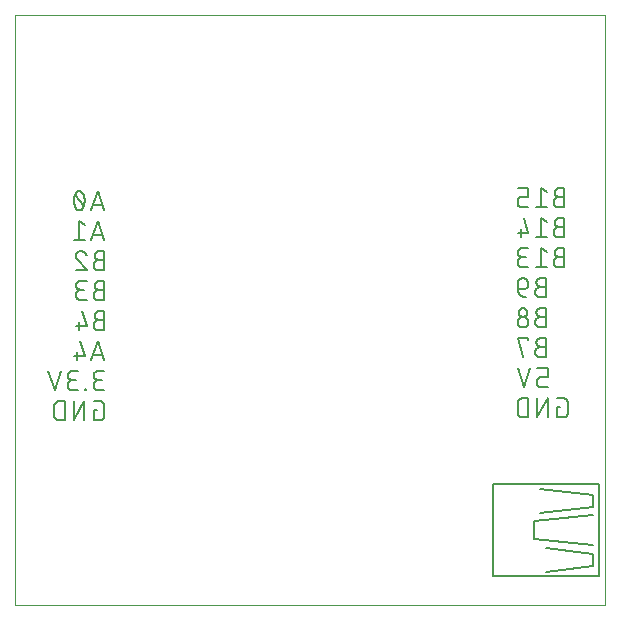
<source format=gbo>
G75*
%MOIN*%
%OFA0B0*%
%FSLAX25Y25*%
%IPPOS*%
%LPD*%
%AMOC8*
5,1,8,0,0,1.08239X$1,22.5*
%
%ADD10C,0.00000*%
%ADD11C,0.00600*%
%ADD12C,0.00500*%
D10*
X0006000Y0007548D02*
X0006000Y0204398D01*
X0202850Y0204398D01*
X0202850Y0007548D01*
X0006000Y0007548D01*
D11*
X0020892Y0069226D02*
X0022670Y0069226D01*
X0022670Y0075626D01*
X0020892Y0075626D01*
X0020810Y0075624D01*
X0020728Y0075618D01*
X0020646Y0075609D01*
X0020565Y0075596D01*
X0020485Y0075579D01*
X0020405Y0075558D01*
X0020327Y0075534D01*
X0020250Y0075506D01*
X0020174Y0075475D01*
X0020099Y0075440D01*
X0020027Y0075401D01*
X0019956Y0075360D01*
X0019887Y0075315D01*
X0019821Y0075267D01*
X0019756Y0075216D01*
X0019694Y0075162D01*
X0019635Y0075105D01*
X0019578Y0075046D01*
X0019524Y0074984D01*
X0019473Y0074919D01*
X0019425Y0074853D01*
X0019380Y0074784D01*
X0019339Y0074713D01*
X0019300Y0074641D01*
X0019265Y0074566D01*
X0019234Y0074490D01*
X0019206Y0074413D01*
X0019182Y0074335D01*
X0019161Y0074255D01*
X0019144Y0074175D01*
X0019131Y0074094D01*
X0019122Y0074012D01*
X0019116Y0073930D01*
X0019114Y0073848D01*
X0019114Y0071004D01*
X0019116Y0070922D01*
X0019122Y0070840D01*
X0019131Y0070758D01*
X0019144Y0070677D01*
X0019161Y0070597D01*
X0019182Y0070517D01*
X0019206Y0070439D01*
X0019234Y0070362D01*
X0019265Y0070286D01*
X0019300Y0070211D01*
X0019339Y0070139D01*
X0019380Y0070068D01*
X0019425Y0069999D01*
X0019473Y0069933D01*
X0019524Y0069868D01*
X0019578Y0069806D01*
X0019635Y0069747D01*
X0019694Y0069690D01*
X0019756Y0069636D01*
X0019821Y0069585D01*
X0019887Y0069537D01*
X0019956Y0069492D01*
X0020027Y0069451D01*
X0020099Y0069412D01*
X0020174Y0069377D01*
X0020250Y0069346D01*
X0020327Y0069318D01*
X0020405Y0069294D01*
X0020485Y0069273D01*
X0020565Y0069256D01*
X0020646Y0069243D01*
X0020728Y0069234D01*
X0020810Y0069228D01*
X0020892Y0069226D01*
X0025679Y0069226D02*
X0025679Y0075626D01*
X0029234Y0075626D02*
X0025679Y0069226D01*
X0029234Y0069226D02*
X0029234Y0075626D01*
X0032243Y0075626D02*
X0034376Y0075626D01*
X0034450Y0075624D01*
X0034525Y0075618D01*
X0034598Y0075608D01*
X0034672Y0075595D01*
X0034744Y0075578D01*
X0034815Y0075556D01*
X0034886Y0075532D01*
X0034954Y0075503D01*
X0035022Y0075471D01*
X0035087Y0075435D01*
X0035150Y0075397D01*
X0035212Y0075354D01*
X0035271Y0075309D01*
X0035328Y0075261D01*
X0035382Y0075210D01*
X0035433Y0075156D01*
X0035481Y0075099D01*
X0035526Y0075040D01*
X0035569Y0074978D01*
X0035607Y0074915D01*
X0035643Y0074850D01*
X0035675Y0074782D01*
X0035704Y0074714D01*
X0035728Y0074643D01*
X0035750Y0074572D01*
X0035767Y0074500D01*
X0035780Y0074426D01*
X0035790Y0074353D01*
X0035796Y0074278D01*
X0035798Y0074204D01*
X0035798Y0070648D01*
X0035796Y0070574D01*
X0035790Y0070499D01*
X0035780Y0070426D01*
X0035767Y0070352D01*
X0035750Y0070280D01*
X0035728Y0070209D01*
X0035704Y0070138D01*
X0035675Y0070070D01*
X0035643Y0070002D01*
X0035607Y0069937D01*
X0035569Y0069874D01*
X0035526Y0069812D01*
X0035481Y0069753D01*
X0035433Y0069696D01*
X0035382Y0069642D01*
X0035328Y0069591D01*
X0035271Y0069543D01*
X0035212Y0069498D01*
X0035150Y0069455D01*
X0035087Y0069417D01*
X0035022Y0069381D01*
X0034954Y0069349D01*
X0034886Y0069320D01*
X0034815Y0069296D01*
X0034744Y0069274D01*
X0034672Y0069257D01*
X0034598Y0069244D01*
X0034525Y0069234D01*
X0034450Y0069228D01*
X0034376Y0069226D01*
X0032243Y0069226D01*
X0032243Y0072782D01*
X0033310Y0072782D01*
X0034021Y0079226D02*
X0035798Y0079226D01*
X0034021Y0079226D02*
X0033938Y0079228D01*
X0033855Y0079234D01*
X0033772Y0079244D01*
X0033689Y0079257D01*
X0033608Y0079275D01*
X0033527Y0079296D01*
X0033448Y0079321D01*
X0033370Y0079350D01*
X0033293Y0079382D01*
X0033218Y0079418D01*
X0033144Y0079457D01*
X0033073Y0079500D01*
X0033003Y0079546D01*
X0032936Y0079596D01*
X0032871Y0079648D01*
X0032809Y0079703D01*
X0032749Y0079762D01*
X0032692Y0079823D01*
X0032638Y0079886D01*
X0032587Y0079952D01*
X0032540Y0080021D01*
X0032495Y0080091D01*
X0032454Y0080164D01*
X0032417Y0080238D01*
X0032382Y0080314D01*
X0032352Y0080392D01*
X0032325Y0080470D01*
X0032302Y0080551D01*
X0032282Y0080632D01*
X0032267Y0080714D01*
X0032255Y0080796D01*
X0032247Y0080879D01*
X0032243Y0080962D01*
X0032243Y0081046D01*
X0032247Y0081129D01*
X0032255Y0081212D01*
X0032267Y0081294D01*
X0032282Y0081376D01*
X0032302Y0081457D01*
X0032325Y0081538D01*
X0032352Y0081616D01*
X0032382Y0081694D01*
X0032417Y0081770D01*
X0032454Y0081844D01*
X0032495Y0081917D01*
X0032540Y0081987D01*
X0032587Y0082056D01*
X0032638Y0082122D01*
X0032692Y0082185D01*
X0032749Y0082246D01*
X0032809Y0082305D01*
X0032871Y0082360D01*
X0032936Y0082412D01*
X0033003Y0082462D01*
X0033073Y0082508D01*
X0033144Y0082551D01*
X0033218Y0082590D01*
X0033293Y0082626D01*
X0033370Y0082658D01*
X0033448Y0082687D01*
X0033527Y0082712D01*
X0033608Y0082733D01*
X0033689Y0082751D01*
X0033772Y0082764D01*
X0033855Y0082774D01*
X0033938Y0082780D01*
X0034021Y0082782D01*
X0033665Y0082782D02*
X0035087Y0082782D01*
X0033665Y0082782D02*
X0033591Y0082784D01*
X0033516Y0082790D01*
X0033443Y0082800D01*
X0033369Y0082813D01*
X0033297Y0082830D01*
X0033226Y0082852D01*
X0033155Y0082876D01*
X0033087Y0082905D01*
X0033019Y0082937D01*
X0032954Y0082973D01*
X0032891Y0083011D01*
X0032829Y0083054D01*
X0032770Y0083099D01*
X0032713Y0083147D01*
X0032659Y0083198D01*
X0032608Y0083252D01*
X0032560Y0083309D01*
X0032515Y0083368D01*
X0032472Y0083430D01*
X0032434Y0083493D01*
X0032398Y0083558D01*
X0032366Y0083626D01*
X0032337Y0083694D01*
X0032313Y0083765D01*
X0032291Y0083836D01*
X0032274Y0083908D01*
X0032261Y0083982D01*
X0032251Y0084055D01*
X0032245Y0084130D01*
X0032243Y0084204D01*
X0032245Y0084278D01*
X0032251Y0084353D01*
X0032261Y0084426D01*
X0032274Y0084500D01*
X0032291Y0084572D01*
X0032313Y0084643D01*
X0032337Y0084714D01*
X0032366Y0084782D01*
X0032398Y0084850D01*
X0032434Y0084915D01*
X0032472Y0084978D01*
X0032515Y0085040D01*
X0032560Y0085099D01*
X0032608Y0085156D01*
X0032659Y0085210D01*
X0032713Y0085261D01*
X0032770Y0085309D01*
X0032829Y0085354D01*
X0032891Y0085397D01*
X0032954Y0085435D01*
X0033019Y0085471D01*
X0033087Y0085503D01*
X0033155Y0085532D01*
X0033226Y0085556D01*
X0033297Y0085578D01*
X0033369Y0085595D01*
X0033443Y0085608D01*
X0033516Y0085618D01*
X0033591Y0085624D01*
X0033665Y0085626D01*
X0035798Y0085626D01*
X0035798Y0089226D02*
X0033665Y0095626D01*
X0031532Y0089226D01*
X0032065Y0090826D02*
X0035265Y0090826D01*
X0029289Y0090648D02*
X0025733Y0090648D01*
X0026800Y0092070D02*
X0026800Y0089226D01*
X0029289Y0090648D02*
X0027867Y0095626D01*
X0027444Y0099226D02*
X0027444Y0102070D01*
X0026377Y0100648D02*
X0029933Y0100648D01*
X0028510Y0105626D01*
X0028155Y0109226D02*
X0029933Y0109226D01*
X0028155Y0109226D02*
X0028072Y0109228D01*
X0027989Y0109234D01*
X0027906Y0109244D01*
X0027823Y0109257D01*
X0027742Y0109275D01*
X0027661Y0109296D01*
X0027582Y0109321D01*
X0027504Y0109350D01*
X0027427Y0109382D01*
X0027352Y0109418D01*
X0027278Y0109457D01*
X0027207Y0109500D01*
X0027137Y0109546D01*
X0027070Y0109596D01*
X0027005Y0109648D01*
X0026943Y0109703D01*
X0026883Y0109762D01*
X0026826Y0109823D01*
X0026772Y0109886D01*
X0026721Y0109952D01*
X0026674Y0110021D01*
X0026629Y0110091D01*
X0026588Y0110164D01*
X0026551Y0110238D01*
X0026516Y0110314D01*
X0026486Y0110392D01*
X0026459Y0110470D01*
X0026436Y0110551D01*
X0026416Y0110632D01*
X0026401Y0110714D01*
X0026389Y0110796D01*
X0026381Y0110879D01*
X0026377Y0110962D01*
X0026377Y0111046D01*
X0026381Y0111129D01*
X0026389Y0111212D01*
X0026401Y0111294D01*
X0026416Y0111376D01*
X0026436Y0111457D01*
X0026459Y0111538D01*
X0026486Y0111616D01*
X0026516Y0111694D01*
X0026551Y0111770D01*
X0026588Y0111844D01*
X0026629Y0111917D01*
X0026674Y0111987D01*
X0026721Y0112056D01*
X0026772Y0112122D01*
X0026826Y0112185D01*
X0026883Y0112246D01*
X0026943Y0112305D01*
X0027005Y0112360D01*
X0027070Y0112412D01*
X0027137Y0112462D01*
X0027207Y0112508D01*
X0027278Y0112551D01*
X0027352Y0112590D01*
X0027427Y0112626D01*
X0027504Y0112658D01*
X0027582Y0112687D01*
X0027661Y0112712D01*
X0027742Y0112733D01*
X0027823Y0112751D01*
X0027906Y0112764D01*
X0027989Y0112774D01*
X0028072Y0112780D01*
X0028155Y0112782D01*
X0027799Y0112782D02*
X0029221Y0112782D01*
X0027799Y0112782D02*
X0027725Y0112784D01*
X0027650Y0112790D01*
X0027577Y0112800D01*
X0027503Y0112813D01*
X0027431Y0112830D01*
X0027360Y0112852D01*
X0027289Y0112876D01*
X0027221Y0112905D01*
X0027153Y0112937D01*
X0027088Y0112973D01*
X0027025Y0113011D01*
X0026963Y0113054D01*
X0026904Y0113099D01*
X0026847Y0113147D01*
X0026793Y0113198D01*
X0026742Y0113252D01*
X0026694Y0113309D01*
X0026649Y0113368D01*
X0026606Y0113430D01*
X0026568Y0113493D01*
X0026532Y0113558D01*
X0026500Y0113626D01*
X0026471Y0113694D01*
X0026447Y0113765D01*
X0026425Y0113836D01*
X0026408Y0113908D01*
X0026395Y0113982D01*
X0026385Y0114055D01*
X0026379Y0114130D01*
X0026377Y0114204D01*
X0026379Y0114278D01*
X0026385Y0114353D01*
X0026395Y0114426D01*
X0026408Y0114500D01*
X0026425Y0114572D01*
X0026447Y0114643D01*
X0026471Y0114714D01*
X0026500Y0114782D01*
X0026532Y0114850D01*
X0026568Y0114915D01*
X0026606Y0114978D01*
X0026649Y0115040D01*
X0026694Y0115099D01*
X0026742Y0115156D01*
X0026793Y0115210D01*
X0026847Y0115261D01*
X0026904Y0115309D01*
X0026963Y0115354D01*
X0027025Y0115397D01*
X0027088Y0115435D01*
X0027153Y0115471D01*
X0027221Y0115503D01*
X0027289Y0115532D01*
X0027360Y0115556D01*
X0027431Y0115578D01*
X0027503Y0115595D01*
X0027577Y0115608D01*
X0027650Y0115618D01*
X0027725Y0115624D01*
X0027799Y0115626D01*
X0029933Y0115626D01*
X0029933Y0119226D02*
X0026377Y0119226D01*
X0029933Y0119226D02*
X0026910Y0122782D01*
X0027977Y0125626D02*
X0028066Y0125624D01*
X0028155Y0125618D01*
X0028244Y0125609D01*
X0028332Y0125595D01*
X0028419Y0125578D01*
X0028506Y0125557D01*
X0028592Y0125532D01*
X0028676Y0125504D01*
X0028759Y0125471D01*
X0028841Y0125436D01*
X0028921Y0125396D01*
X0028999Y0125354D01*
X0029076Y0125308D01*
X0029150Y0125259D01*
X0029222Y0125206D01*
X0029292Y0125151D01*
X0029359Y0125092D01*
X0029424Y0125031D01*
X0029486Y0124967D01*
X0029545Y0124900D01*
X0029601Y0124831D01*
X0029654Y0124759D01*
X0029704Y0124685D01*
X0029751Y0124609D01*
X0029794Y0124532D01*
X0029834Y0124452D01*
X0029871Y0124370D01*
X0029904Y0124288D01*
X0029933Y0124203D01*
X0026910Y0122781D02*
X0026853Y0122839D01*
X0026797Y0122900D01*
X0026745Y0122963D01*
X0026696Y0123028D01*
X0026650Y0123096D01*
X0026608Y0123166D01*
X0026568Y0123238D01*
X0026533Y0123311D01*
X0026500Y0123387D01*
X0026472Y0123463D01*
X0026447Y0123541D01*
X0026426Y0123620D01*
X0026408Y0123700D01*
X0026395Y0123781D01*
X0026385Y0123862D01*
X0026379Y0123944D01*
X0026377Y0124026D01*
X0026379Y0124105D01*
X0026385Y0124183D01*
X0026394Y0124261D01*
X0026408Y0124338D01*
X0026425Y0124415D01*
X0026446Y0124490D01*
X0026471Y0124565D01*
X0026499Y0124638D01*
X0026531Y0124710D01*
X0026566Y0124780D01*
X0026605Y0124849D01*
X0026647Y0124915D01*
X0026692Y0124979D01*
X0026740Y0125041D01*
X0026791Y0125100D01*
X0026846Y0125157D01*
X0026903Y0125212D01*
X0026962Y0125263D01*
X0027024Y0125311D01*
X0027088Y0125356D01*
X0027154Y0125398D01*
X0027223Y0125437D01*
X0027293Y0125472D01*
X0027365Y0125504D01*
X0027438Y0125532D01*
X0027513Y0125557D01*
X0027588Y0125578D01*
X0027665Y0125595D01*
X0027742Y0125609D01*
X0027820Y0125618D01*
X0027898Y0125624D01*
X0027977Y0125626D01*
X0027511Y0129226D02*
X0027511Y0135626D01*
X0029289Y0134204D01*
X0032065Y0130826D02*
X0035265Y0130826D01*
X0035798Y0129226D02*
X0033665Y0135626D01*
X0031532Y0129226D01*
X0029289Y0129226D02*
X0025733Y0129226D01*
X0034021Y0125626D02*
X0035798Y0125626D01*
X0035798Y0119226D01*
X0034021Y0119226D01*
X0033938Y0119228D01*
X0033855Y0119234D01*
X0033772Y0119244D01*
X0033689Y0119257D01*
X0033608Y0119275D01*
X0033527Y0119296D01*
X0033448Y0119321D01*
X0033370Y0119350D01*
X0033293Y0119382D01*
X0033218Y0119418D01*
X0033144Y0119457D01*
X0033073Y0119500D01*
X0033003Y0119546D01*
X0032936Y0119596D01*
X0032871Y0119648D01*
X0032809Y0119703D01*
X0032749Y0119762D01*
X0032692Y0119823D01*
X0032638Y0119886D01*
X0032587Y0119952D01*
X0032540Y0120021D01*
X0032495Y0120091D01*
X0032454Y0120164D01*
X0032417Y0120238D01*
X0032382Y0120314D01*
X0032352Y0120392D01*
X0032325Y0120470D01*
X0032302Y0120551D01*
X0032282Y0120632D01*
X0032267Y0120714D01*
X0032255Y0120796D01*
X0032247Y0120879D01*
X0032243Y0120962D01*
X0032243Y0121046D01*
X0032247Y0121129D01*
X0032255Y0121212D01*
X0032267Y0121294D01*
X0032282Y0121376D01*
X0032302Y0121457D01*
X0032325Y0121538D01*
X0032352Y0121616D01*
X0032382Y0121694D01*
X0032417Y0121770D01*
X0032454Y0121844D01*
X0032495Y0121917D01*
X0032540Y0121987D01*
X0032587Y0122056D01*
X0032638Y0122122D01*
X0032692Y0122185D01*
X0032749Y0122246D01*
X0032809Y0122305D01*
X0032871Y0122360D01*
X0032936Y0122412D01*
X0033003Y0122462D01*
X0033073Y0122508D01*
X0033144Y0122551D01*
X0033218Y0122590D01*
X0033293Y0122626D01*
X0033370Y0122658D01*
X0033448Y0122687D01*
X0033527Y0122712D01*
X0033608Y0122733D01*
X0033689Y0122751D01*
X0033772Y0122764D01*
X0033855Y0122774D01*
X0033938Y0122780D01*
X0034021Y0122782D01*
X0035798Y0122782D01*
X0034021Y0122782D02*
X0033947Y0122784D01*
X0033872Y0122790D01*
X0033799Y0122800D01*
X0033725Y0122813D01*
X0033653Y0122830D01*
X0033582Y0122852D01*
X0033511Y0122876D01*
X0033443Y0122905D01*
X0033375Y0122937D01*
X0033310Y0122973D01*
X0033247Y0123011D01*
X0033185Y0123054D01*
X0033126Y0123099D01*
X0033069Y0123147D01*
X0033015Y0123198D01*
X0032964Y0123252D01*
X0032916Y0123309D01*
X0032871Y0123368D01*
X0032828Y0123430D01*
X0032790Y0123493D01*
X0032754Y0123558D01*
X0032722Y0123626D01*
X0032693Y0123694D01*
X0032669Y0123765D01*
X0032647Y0123836D01*
X0032630Y0123908D01*
X0032617Y0123982D01*
X0032607Y0124055D01*
X0032601Y0124130D01*
X0032599Y0124204D01*
X0032601Y0124278D01*
X0032607Y0124353D01*
X0032617Y0124426D01*
X0032630Y0124500D01*
X0032647Y0124572D01*
X0032669Y0124643D01*
X0032693Y0124714D01*
X0032722Y0124782D01*
X0032754Y0124850D01*
X0032790Y0124915D01*
X0032828Y0124978D01*
X0032871Y0125040D01*
X0032916Y0125099D01*
X0032964Y0125156D01*
X0033015Y0125210D01*
X0033069Y0125261D01*
X0033126Y0125309D01*
X0033185Y0125354D01*
X0033247Y0125397D01*
X0033310Y0125435D01*
X0033375Y0125471D01*
X0033443Y0125503D01*
X0033511Y0125532D01*
X0033582Y0125556D01*
X0033653Y0125578D01*
X0033725Y0125595D01*
X0033799Y0125608D01*
X0033872Y0125618D01*
X0033947Y0125624D01*
X0034021Y0125626D01*
X0034021Y0115626D02*
X0035798Y0115626D01*
X0035798Y0109226D01*
X0034021Y0109226D01*
X0033938Y0109228D01*
X0033855Y0109234D01*
X0033772Y0109244D01*
X0033689Y0109257D01*
X0033608Y0109275D01*
X0033527Y0109296D01*
X0033448Y0109321D01*
X0033370Y0109350D01*
X0033293Y0109382D01*
X0033218Y0109418D01*
X0033144Y0109457D01*
X0033073Y0109500D01*
X0033003Y0109546D01*
X0032936Y0109596D01*
X0032871Y0109648D01*
X0032809Y0109703D01*
X0032749Y0109762D01*
X0032692Y0109823D01*
X0032638Y0109886D01*
X0032587Y0109952D01*
X0032540Y0110021D01*
X0032495Y0110091D01*
X0032454Y0110164D01*
X0032417Y0110238D01*
X0032382Y0110314D01*
X0032352Y0110392D01*
X0032325Y0110470D01*
X0032302Y0110551D01*
X0032282Y0110632D01*
X0032267Y0110714D01*
X0032255Y0110796D01*
X0032247Y0110879D01*
X0032243Y0110962D01*
X0032243Y0111046D01*
X0032247Y0111129D01*
X0032255Y0111212D01*
X0032267Y0111294D01*
X0032282Y0111376D01*
X0032302Y0111457D01*
X0032325Y0111538D01*
X0032352Y0111616D01*
X0032382Y0111694D01*
X0032417Y0111770D01*
X0032454Y0111844D01*
X0032495Y0111917D01*
X0032540Y0111987D01*
X0032587Y0112056D01*
X0032638Y0112122D01*
X0032692Y0112185D01*
X0032749Y0112246D01*
X0032809Y0112305D01*
X0032871Y0112360D01*
X0032936Y0112412D01*
X0033003Y0112462D01*
X0033073Y0112508D01*
X0033144Y0112551D01*
X0033218Y0112590D01*
X0033293Y0112626D01*
X0033370Y0112658D01*
X0033448Y0112687D01*
X0033527Y0112712D01*
X0033608Y0112733D01*
X0033689Y0112751D01*
X0033772Y0112764D01*
X0033855Y0112774D01*
X0033938Y0112780D01*
X0034021Y0112782D01*
X0035798Y0112782D01*
X0034021Y0112782D02*
X0033947Y0112784D01*
X0033872Y0112790D01*
X0033799Y0112800D01*
X0033725Y0112813D01*
X0033653Y0112830D01*
X0033582Y0112852D01*
X0033511Y0112876D01*
X0033443Y0112905D01*
X0033375Y0112937D01*
X0033310Y0112973D01*
X0033247Y0113011D01*
X0033185Y0113054D01*
X0033126Y0113099D01*
X0033069Y0113147D01*
X0033015Y0113198D01*
X0032964Y0113252D01*
X0032916Y0113309D01*
X0032871Y0113368D01*
X0032828Y0113430D01*
X0032790Y0113493D01*
X0032754Y0113558D01*
X0032722Y0113626D01*
X0032693Y0113694D01*
X0032669Y0113765D01*
X0032647Y0113836D01*
X0032630Y0113908D01*
X0032617Y0113982D01*
X0032607Y0114055D01*
X0032601Y0114130D01*
X0032599Y0114204D01*
X0032601Y0114278D01*
X0032607Y0114353D01*
X0032617Y0114426D01*
X0032630Y0114500D01*
X0032647Y0114572D01*
X0032669Y0114643D01*
X0032693Y0114714D01*
X0032722Y0114782D01*
X0032754Y0114850D01*
X0032790Y0114915D01*
X0032828Y0114978D01*
X0032871Y0115040D01*
X0032916Y0115099D01*
X0032964Y0115156D01*
X0033015Y0115210D01*
X0033069Y0115261D01*
X0033126Y0115309D01*
X0033185Y0115354D01*
X0033247Y0115397D01*
X0033310Y0115435D01*
X0033375Y0115471D01*
X0033443Y0115503D01*
X0033511Y0115532D01*
X0033582Y0115556D01*
X0033653Y0115578D01*
X0033725Y0115595D01*
X0033799Y0115608D01*
X0033872Y0115618D01*
X0033947Y0115624D01*
X0034021Y0115626D01*
X0034021Y0105626D02*
X0035798Y0105626D01*
X0035798Y0099226D01*
X0034021Y0099226D01*
X0033938Y0099228D01*
X0033855Y0099234D01*
X0033772Y0099244D01*
X0033689Y0099257D01*
X0033608Y0099275D01*
X0033527Y0099296D01*
X0033448Y0099321D01*
X0033370Y0099350D01*
X0033293Y0099382D01*
X0033218Y0099418D01*
X0033144Y0099457D01*
X0033073Y0099500D01*
X0033003Y0099546D01*
X0032936Y0099596D01*
X0032871Y0099648D01*
X0032809Y0099703D01*
X0032749Y0099762D01*
X0032692Y0099823D01*
X0032638Y0099886D01*
X0032587Y0099952D01*
X0032540Y0100021D01*
X0032495Y0100091D01*
X0032454Y0100164D01*
X0032417Y0100238D01*
X0032382Y0100314D01*
X0032352Y0100392D01*
X0032325Y0100470D01*
X0032302Y0100551D01*
X0032282Y0100632D01*
X0032267Y0100714D01*
X0032255Y0100796D01*
X0032247Y0100879D01*
X0032243Y0100962D01*
X0032243Y0101046D01*
X0032247Y0101129D01*
X0032255Y0101212D01*
X0032267Y0101294D01*
X0032282Y0101376D01*
X0032302Y0101457D01*
X0032325Y0101538D01*
X0032352Y0101616D01*
X0032382Y0101694D01*
X0032417Y0101770D01*
X0032454Y0101844D01*
X0032495Y0101917D01*
X0032540Y0101987D01*
X0032587Y0102056D01*
X0032638Y0102122D01*
X0032692Y0102185D01*
X0032749Y0102246D01*
X0032809Y0102305D01*
X0032871Y0102360D01*
X0032936Y0102412D01*
X0033003Y0102462D01*
X0033073Y0102508D01*
X0033144Y0102551D01*
X0033218Y0102590D01*
X0033293Y0102626D01*
X0033370Y0102658D01*
X0033448Y0102687D01*
X0033527Y0102712D01*
X0033608Y0102733D01*
X0033689Y0102751D01*
X0033772Y0102764D01*
X0033855Y0102774D01*
X0033938Y0102780D01*
X0034021Y0102782D01*
X0035798Y0102782D01*
X0034021Y0102782D02*
X0033947Y0102784D01*
X0033872Y0102790D01*
X0033799Y0102800D01*
X0033725Y0102813D01*
X0033653Y0102830D01*
X0033582Y0102852D01*
X0033511Y0102876D01*
X0033443Y0102905D01*
X0033375Y0102937D01*
X0033310Y0102973D01*
X0033247Y0103011D01*
X0033185Y0103054D01*
X0033126Y0103099D01*
X0033069Y0103147D01*
X0033015Y0103198D01*
X0032964Y0103252D01*
X0032916Y0103309D01*
X0032871Y0103368D01*
X0032828Y0103430D01*
X0032790Y0103493D01*
X0032754Y0103558D01*
X0032722Y0103626D01*
X0032693Y0103694D01*
X0032669Y0103765D01*
X0032647Y0103836D01*
X0032630Y0103908D01*
X0032617Y0103982D01*
X0032607Y0104055D01*
X0032601Y0104130D01*
X0032599Y0104204D01*
X0032601Y0104278D01*
X0032607Y0104353D01*
X0032617Y0104426D01*
X0032630Y0104500D01*
X0032647Y0104572D01*
X0032669Y0104643D01*
X0032693Y0104714D01*
X0032722Y0104782D01*
X0032754Y0104850D01*
X0032790Y0104915D01*
X0032828Y0104978D01*
X0032871Y0105040D01*
X0032916Y0105099D01*
X0032964Y0105156D01*
X0033015Y0105210D01*
X0033069Y0105261D01*
X0033126Y0105309D01*
X0033185Y0105354D01*
X0033247Y0105397D01*
X0033310Y0105435D01*
X0033375Y0105471D01*
X0033443Y0105503D01*
X0033511Y0105532D01*
X0033582Y0105556D01*
X0033653Y0105578D01*
X0033725Y0105595D01*
X0033799Y0105608D01*
X0033872Y0105618D01*
X0033947Y0105624D01*
X0034021Y0105626D01*
X0027183Y0085626D02*
X0025049Y0085626D01*
X0024975Y0085624D01*
X0024900Y0085618D01*
X0024827Y0085608D01*
X0024753Y0085595D01*
X0024681Y0085578D01*
X0024610Y0085556D01*
X0024539Y0085532D01*
X0024471Y0085503D01*
X0024403Y0085471D01*
X0024338Y0085435D01*
X0024275Y0085397D01*
X0024213Y0085354D01*
X0024154Y0085309D01*
X0024097Y0085261D01*
X0024043Y0085210D01*
X0023992Y0085156D01*
X0023944Y0085099D01*
X0023899Y0085040D01*
X0023856Y0084978D01*
X0023818Y0084915D01*
X0023782Y0084850D01*
X0023750Y0084782D01*
X0023721Y0084714D01*
X0023697Y0084643D01*
X0023675Y0084572D01*
X0023658Y0084500D01*
X0023645Y0084426D01*
X0023635Y0084353D01*
X0023629Y0084278D01*
X0023627Y0084204D01*
X0023629Y0084130D01*
X0023635Y0084055D01*
X0023645Y0083982D01*
X0023658Y0083908D01*
X0023675Y0083836D01*
X0023697Y0083765D01*
X0023721Y0083694D01*
X0023750Y0083626D01*
X0023782Y0083558D01*
X0023818Y0083493D01*
X0023856Y0083430D01*
X0023899Y0083368D01*
X0023944Y0083309D01*
X0023992Y0083252D01*
X0024043Y0083198D01*
X0024097Y0083147D01*
X0024154Y0083099D01*
X0024213Y0083054D01*
X0024275Y0083011D01*
X0024338Y0082973D01*
X0024403Y0082937D01*
X0024471Y0082905D01*
X0024539Y0082876D01*
X0024610Y0082852D01*
X0024681Y0082830D01*
X0024753Y0082813D01*
X0024827Y0082800D01*
X0024900Y0082790D01*
X0024975Y0082784D01*
X0025049Y0082782D01*
X0026472Y0082782D01*
X0025405Y0082782D02*
X0025322Y0082780D01*
X0025239Y0082774D01*
X0025156Y0082764D01*
X0025073Y0082751D01*
X0024992Y0082733D01*
X0024911Y0082712D01*
X0024832Y0082687D01*
X0024754Y0082658D01*
X0024677Y0082626D01*
X0024602Y0082590D01*
X0024528Y0082551D01*
X0024457Y0082508D01*
X0024387Y0082462D01*
X0024320Y0082412D01*
X0024255Y0082360D01*
X0024193Y0082305D01*
X0024133Y0082246D01*
X0024076Y0082185D01*
X0024022Y0082122D01*
X0023971Y0082056D01*
X0023924Y0081987D01*
X0023879Y0081917D01*
X0023838Y0081844D01*
X0023801Y0081770D01*
X0023766Y0081694D01*
X0023736Y0081616D01*
X0023709Y0081538D01*
X0023686Y0081457D01*
X0023666Y0081376D01*
X0023651Y0081294D01*
X0023639Y0081212D01*
X0023631Y0081129D01*
X0023627Y0081046D01*
X0023627Y0080962D01*
X0023631Y0080879D01*
X0023639Y0080796D01*
X0023651Y0080714D01*
X0023666Y0080632D01*
X0023686Y0080551D01*
X0023709Y0080470D01*
X0023736Y0080392D01*
X0023766Y0080314D01*
X0023801Y0080238D01*
X0023838Y0080164D01*
X0023879Y0080091D01*
X0023924Y0080021D01*
X0023971Y0079952D01*
X0024022Y0079886D01*
X0024076Y0079823D01*
X0024133Y0079762D01*
X0024193Y0079703D01*
X0024255Y0079648D01*
X0024320Y0079596D01*
X0024387Y0079546D01*
X0024457Y0079500D01*
X0024528Y0079457D01*
X0024602Y0079418D01*
X0024677Y0079382D01*
X0024754Y0079350D01*
X0024832Y0079321D01*
X0024911Y0079296D01*
X0024992Y0079275D01*
X0025073Y0079257D01*
X0025156Y0079244D01*
X0025239Y0079234D01*
X0025322Y0079228D01*
X0025405Y0079226D01*
X0027183Y0079226D01*
X0029535Y0079226D02*
X0029891Y0079226D01*
X0029891Y0079582D01*
X0029535Y0079582D01*
X0029535Y0079226D01*
X0019251Y0079226D02*
X0021384Y0085626D01*
X0017118Y0085626D02*
X0019251Y0079226D01*
X0031532Y0139226D02*
X0033665Y0145626D01*
X0035798Y0139226D01*
X0035265Y0140826D02*
X0032065Y0140826D01*
X0026266Y0140115D02*
X0026206Y0140242D01*
X0026150Y0140371D01*
X0026097Y0140501D01*
X0026047Y0140633D01*
X0026001Y0140766D01*
X0025959Y0140900D01*
X0025920Y0141035D01*
X0025884Y0141172D01*
X0025853Y0141309D01*
X0025825Y0141447D01*
X0025800Y0141585D01*
X0025780Y0141724D01*
X0025763Y0141864D01*
X0025750Y0142004D01*
X0025741Y0142145D01*
X0025735Y0142285D01*
X0025733Y0142426D01*
X0029289Y0142426D02*
X0029287Y0142567D01*
X0029281Y0142707D01*
X0029272Y0142848D01*
X0029259Y0142988D01*
X0029242Y0143128D01*
X0029222Y0143267D01*
X0029197Y0143405D01*
X0029169Y0143543D01*
X0029138Y0143680D01*
X0029102Y0143817D01*
X0029063Y0143952D01*
X0029021Y0144086D01*
X0028975Y0144219D01*
X0028925Y0144351D01*
X0028872Y0144481D01*
X0028816Y0144610D01*
X0028756Y0144737D01*
X0027511Y0145626D02*
X0027440Y0145624D01*
X0027369Y0145618D01*
X0027299Y0145609D01*
X0027229Y0145595D01*
X0027160Y0145578D01*
X0027093Y0145558D01*
X0027026Y0145533D01*
X0026961Y0145505D01*
X0026897Y0145474D01*
X0026835Y0145439D01*
X0026775Y0145401D01*
X0026718Y0145360D01*
X0026662Y0145316D01*
X0026609Y0145268D01*
X0026559Y0145218D01*
X0026511Y0145166D01*
X0026466Y0145111D01*
X0026425Y0145053D01*
X0026386Y0144993D01*
X0026351Y0144932D01*
X0026319Y0144868D01*
X0026291Y0144803D01*
X0026266Y0144737D01*
X0026089Y0144204D02*
X0028933Y0140648D01*
X0027511Y0139226D02*
X0027440Y0139228D01*
X0027369Y0139234D01*
X0027299Y0139243D01*
X0027229Y0139257D01*
X0027160Y0139274D01*
X0027093Y0139294D01*
X0027026Y0139319D01*
X0026961Y0139347D01*
X0026897Y0139378D01*
X0026835Y0139413D01*
X0026775Y0139451D01*
X0026718Y0139492D01*
X0026662Y0139536D01*
X0026609Y0139584D01*
X0026559Y0139634D01*
X0026511Y0139686D01*
X0026466Y0139741D01*
X0026425Y0139799D01*
X0026386Y0139859D01*
X0026351Y0139920D01*
X0026319Y0139984D01*
X0026291Y0140049D01*
X0026266Y0140115D01*
X0027511Y0139226D02*
X0027582Y0139228D01*
X0027653Y0139234D01*
X0027723Y0139243D01*
X0027793Y0139257D01*
X0027862Y0139274D01*
X0027929Y0139294D01*
X0027996Y0139319D01*
X0028061Y0139347D01*
X0028125Y0139378D01*
X0028187Y0139413D01*
X0028247Y0139451D01*
X0028305Y0139492D01*
X0028360Y0139536D01*
X0028413Y0139584D01*
X0028463Y0139634D01*
X0028511Y0139686D01*
X0028556Y0139741D01*
X0028597Y0139799D01*
X0028636Y0139859D01*
X0028671Y0139920D01*
X0028703Y0139984D01*
X0028731Y0140049D01*
X0028756Y0140115D01*
X0025733Y0142426D02*
X0025735Y0142567D01*
X0025741Y0142707D01*
X0025750Y0142848D01*
X0025763Y0142988D01*
X0025780Y0143128D01*
X0025800Y0143267D01*
X0025825Y0143405D01*
X0025853Y0143543D01*
X0025884Y0143680D01*
X0025920Y0143817D01*
X0025959Y0143952D01*
X0026001Y0144086D01*
X0026047Y0144219D01*
X0026097Y0144351D01*
X0026150Y0144481D01*
X0026206Y0144610D01*
X0026266Y0144737D01*
X0027511Y0145626D02*
X0027582Y0145624D01*
X0027653Y0145618D01*
X0027723Y0145609D01*
X0027793Y0145595D01*
X0027862Y0145578D01*
X0027929Y0145558D01*
X0027996Y0145533D01*
X0028061Y0145505D01*
X0028125Y0145474D01*
X0028187Y0145439D01*
X0028247Y0145401D01*
X0028305Y0145360D01*
X0028360Y0145316D01*
X0028413Y0145268D01*
X0028463Y0145218D01*
X0028511Y0145166D01*
X0028556Y0145111D01*
X0028597Y0145053D01*
X0028636Y0144993D01*
X0028671Y0144932D01*
X0028703Y0144868D01*
X0028731Y0144803D01*
X0028756Y0144737D01*
X0029289Y0142426D02*
X0029287Y0142285D01*
X0029281Y0142145D01*
X0029272Y0142004D01*
X0029259Y0141864D01*
X0029242Y0141724D01*
X0029222Y0141585D01*
X0029197Y0141447D01*
X0029169Y0141309D01*
X0029138Y0141172D01*
X0029102Y0141035D01*
X0029063Y0140900D01*
X0029021Y0140766D01*
X0028975Y0140633D01*
X0028925Y0140501D01*
X0028872Y0140371D01*
X0028816Y0140242D01*
X0028756Y0140115D01*
X0173623Y0141621D02*
X0173623Y0142332D01*
X0173625Y0142406D01*
X0173631Y0142481D01*
X0173641Y0142554D01*
X0173654Y0142628D01*
X0173671Y0142700D01*
X0173693Y0142771D01*
X0173717Y0142842D01*
X0173746Y0142910D01*
X0173778Y0142978D01*
X0173814Y0143043D01*
X0173852Y0143106D01*
X0173895Y0143168D01*
X0173940Y0143227D01*
X0173988Y0143284D01*
X0174039Y0143338D01*
X0174093Y0143389D01*
X0174150Y0143437D01*
X0174209Y0143482D01*
X0174271Y0143525D01*
X0174334Y0143563D01*
X0174399Y0143599D01*
X0174467Y0143631D01*
X0174535Y0143660D01*
X0174606Y0143684D01*
X0174677Y0143706D01*
X0174749Y0143723D01*
X0174823Y0143736D01*
X0174896Y0143746D01*
X0174971Y0143752D01*
X0175045Y0143754D01*
X0177178Y0143754D01*
X0177178Y0146598D01*
X0173623Y0146598D01*
X0173623Y0141621D02*
X0173625Y0141547D01*
X0173631Y0141472D01*
X0173641Y0141399D01*
X0173654Y0141325D01*
X0173671Y0141253D01*
X0173693Y0141182D01*
X0173717Y0141111D01*
X0173746Y0141043D01*
X0173778Y0140975D01*
X0173814Y0140910D01*
X0173852Y0140847D01*
X0173895Y0140785D01*
X0173940Y0140726D01*
X0173988Y0140669D01*
X0174039Y0140615D01*
X0174093Y0140564D01*
X0174150Y0140516D01*
X0174209Y0140471D01*
X0174271Y0140428D01*
X0174334Y0140390D01*
X0174399Y0140354D01*
X0174467Y0140322D01*
X0174535Y0140293D01*
X0174606Y0140269D01*
X0174677Y0140247D01*
X0174749Y0140230D01*
X0174823Y0140217D01*
X0174896Y0140207D01*
X0174971Y0140201D01*
X0175045Y0140199D01*
X0175045Y0140198D02*
X0177178Y0140198D01*
X0179777Y0140198D02*
X0183332Y0140198D01*
X0181555Y0140198D02*
X0181555Y0146598D01*
X0183332Y0145176D01*
X0187420Y0146598D02*
X0187346Y0146596D01*
X0187271Y0146590D01*
X0187198Y0146580D01*
X0187124Y0146567D01*
X0187052Y0146550D01*
X0186981Y0146528D01*
X0186910Y0146504D01*
X0186842Y0146475D01*
X0186774Y0146443D01*
X0186709Y0146407D01*
X0186646Y0146369D01*
X0186584Y0146326D01*
X0186525Y0146281D01*
X0186468Y0146233D01*
X0186414Y0146182D01*
X0186363Y0146128D01*
X0186315Y0146071D01*
X0186270Y0146012D01*
X0186227Y0145950D01*
X0186189Y0145887D01*
X0186153Y0145822D01*
X0186121Y0145754D01*
X0186092Y0145686D01*
X0186068Y0145615D01*
X0186046Y0145544D01*
X0186029Y0145472D01*
X0186016Y0145398D01*
X0186006Y0145325D01*
X0186000Y0145250D01*
X0185998Y0145176D01*
X0186000Y0145102D01*
X0186006Y0145027D01*
X0186016Y0144954D01*
X0186029Y0144880D01*
X0186046Y0144808D01*
X0186068Y0144737D01*
X0186092Y0144666D01*
X0186121Y0144598D01*
X0186153Y0144530D01*
X0186189Y0144465D01*
X0186227Y0144402D01*
X0186270Y0144340D01*
X0186315Y0144281D01*
X0186363Y0144224D01*
X0186414Y0144170D01*
X0186468Y0144119D01*
X0186525Y0144071D01*
X0186584Y0144026D01*
X0186646Y0143983D01*
X0186709Y0143945D01*
X0186774Y0143909D01*
X0186842Y0143877D01*
X0186910Y0143848D01*
X0186981Y0143824D01*
X0187052Y0143802D01*
X0187124Y0143785D01*
X0187198Y0143772D01*
X0187271Y0143762D01*
X0187346Y0143756D01*
X0187420Y0143754D01*
X0189198Y0143754D01*
X0187420Y0143754D02*
X0187337Y0143752D01*
X0187254Y0143746D01*
X0187171Y0143736D01*
X0187088Y0143723D01*
X0187007Y0143705D01*
X0186926Y0143684D01*
X0186847Y0143659D01*
X0186769Y0143630D01*
X0186692Y0143598D01*
X0186617Y0143562D01*
X0186543Y0143523D01*
X0186472Y0143480D01*
X0186402Y0143434D01*
X0186335Y0143384D01*
X0186270Y0143332D01*
X0186208Y0143277D01*
X0186148Y0143218D01*
X0186091Y0143157D01*
X0186037Y0143094D01*
X0185986Y0143028D01*
X0185939Y0142959D01*
X0185894Y0142889D01*
X0185853Y0142816D01*
X0185816Y0142742D01*
X0185781Y0142666D01*
X0185751Y0142588D01*
X0185724Y0142510D01*
X0185701Y0142429D01*
X0185681Y0142348D01*
X0185666Y0142266D01*
X0185654Y0142184D01*
X0185646Y0142101D01*
X0185642Y0142018D01*
X0185642Y0141934D01*
X0185646Y0141851D01*
X0185654Y0141768D01*
X0185666Y0141686D01*
X0185681Y0141604D01*
X0185701Y0141523D01*
X0185724Y0141442D01*
X0185751Y0141364D01*
X0185781Y0141286D01*
X0185816Y0141210D01*
X0185853Y0141136D01*
X0185894Y0141063D01*
X0185939Y0140993D01*
X0185986Y0140924D01*
X0186037Y0140858D01*
X0186091Y0140795D01*
X0186148Y0140734D01*
X0186208Y0140675D01*
X0186270Y0140620D01*
X0186335Y0140568D01*
X0186402Y0140518D01*
X0186472Y0140472D01*
X0186543Y0140429D01*
X0186617Y0140390D01*
X0186692Y0140354D01*
X0186769Y0140322D01*
X0186847Y0140293D01*
X0186926Y0140268D01*
X0187007Y0140247D01*
X0187088Y0140229D01*
X0187171Y0140216D01*
X0187254Y0140206D01*
X0187337Y0140200D01*
X0187420Y0140198D01*
X0189198Y0140198D01*
X0189198Y0146598D01*
X0187420Y0146598D01*
X0187420Y0136598D02*
X0189198Y0136598D01*
X0189198Y0130198D01*
X0187420Y0130198D01*
X0187337Y0130200D01*
X0187254Y0130206D01*
X0187171Y0130216D01*
X0187088Y0130229D01*
X0187007Y0130247D01*
X0186926Y0130268D01*
X0186847Y0130293D01*
X0186769Y0130322D01*
X0186692Y0130354D01*
X0186617Y0130390D01*
X0186543Y0130429D01*
X0186472Y0130472D01*
X0186402Y0130518D01*
X0186335Y0130568D01*
X0186270Y0130620D01*
X0186208Y0130675D01*
X0186148Y0130734D01*
X0186091Y0130795D01*
X0186037Y0130858D01*
X0185986Y0130924D01*
X0185939Y0130993D01*
X0185894Y0131063D01*
X0185853Y0131136D01*
X0185816Y0131210D01*
X0185781Y0131286D01*
X0185751Y0131364D01*
X0185724Y0131442D01*
X0185701Y0131523D01*
X0185681Y0131604D01*
X0185666Y0131686D01*
X0185654Y0131768D01*
X0185646Y0131851D01*
X0185642Y0131934D01*
X0185642Y0132018D01*
X0185646Y0132101D01*
X0185654Y0132184D01*
X0185666Y0132266D01*
X0185681Y0132348D01*
X0185701Y0132429D01*
X0185724Y0132510D01*
X0185751Y0132588D01*
X0185781Y0132666D01*
X0185816Y0132742D01*
X0185853Y0132816D01*
X0185894Y0132889D01*
X0185939Y0132959D01*
X0185986Y0133028D01*
X0186037Y0133094D01*
X0186091Y0133157D01*
X0186148Y0133218D01*
X0186208Y0133277D01*
X0186270Y0133332D01*
X0186335Y0133384D01*
X0186402Y0133434D01*
X0186472Y0133480D01*
X0186543Y0133523D01*
X0186617Y0133562D01*
X0186692Y0133598D01*
X0186769Y0133630D01*
X0186847Y0133659D01*
X0186926Y0133684D01*
X0187007Y0133705D01*
X0187088Y0133723D01*
X0187171Y0133736D01*
X0187254Y0133746D01*
X0187337Y0133752D01*
X0187420Y0133754D01*
X0189198Y0133754D01*
X0187420Y0133754D02*
X0187346Y0133756D01*
X0187271Y0133762D01*
X0187198Y0133772D01*
X0187124Y0133785D01*
X0187052Y0133802D01*
X0186981Y0133824D01*
X0186910Y0133848D01*
X0186842Y0133877D01*
X0186774Y0133909D01*
X0186709Y0133945D01*
X0186646Y0133983D01*
X0186584Y0134026D01*
X0186525Y0134071D01*
X0186468Y0134119D01*
X0186414Y0134170D01*
X0186363Y0134224D01*
X0186315Y0134281D01*
X0186270Y0134340D01*
X0186227Y0134402D01*
X0186189Y0134465D01*
X0186153Y0134530D01*
X0186121Y0134598D01*
X0186092Y0134666D01*
X0186068Y0134737D01*
X0186046Y0134808D01*
X0186029Y0134880D01*
X0186016Y0134954D01*
X0186006Y0135027D01*
X0186000Y0135102D01*
X0185998Y0135176D01*
X0186000Y0135250D01*
X0186006Y0135325D01*
X0186016Y0135398D01*
X0186029Y0135472D01*
X0186046Y0135544D01*
X0186068Y0135615D01*
X0186092Y0135686D01*
X0186121Y0135754D01*
X0186153Y0135822D01*
X0186189Y0135887D01*
X0186227Y0135950D01*
X0186270Y0136012D01*
X0186315Y0136071D01*
X0186363Y0136128D01*
X0186414Y0136182D01*
X0186468Y0136233D01*
X0186525Y0136281D01*
X0186584Y0136326D01*
X0186646Y0136369D01*
X0186709Y0136407D01*
X0186774Y0136443D01*
X0186842Y0136475D01*
X0186910Y0136504D01*
X0186981Y0136528D01*
X0187052Y0136550D01*
X0187124Y0136567D01*
X0187198Y0136580D01*
X0187271Y0136590D01*
X0187346Y0136596D01*
X0187420Y0136598D01*
X0183332Y0135176D02*
X0181555Y0136598D01*
X0181555Y0130198D01*
X0183332Y0130198D02*
X0179777Y0130198D01*
X0177178Y0131621D02*
X0173623Y0131621D01*
X0174690Y0133043D02*
X0174690Y0130198D01*
X0177178Y0131621D02*
X0175756Y0136598D01*
X0175045Y0126598D02*
X0177178Y0126598D01*
X0175045Y0126598D02*
X0174971Y0126596D01*
X0174896Y0126590D01*
X0174823Y0126580D01*
X0174749Y0126567D01*
X0174677Y0126550D01*
X0174606Y0126528D01*
X0174535Y0126504D01*
X0174467Y0126475D01*
X0174399Y0126443D01*
X0174334Y0126407D01*
X0174271Y0126369D01*
X0174209Y0126326D01*
X0174150Y0126281D01*
X0174093Y0126233D01*
X0174039Y0126182D01*
X0173988Y0126128D01*
X0173940Y0126071D01*
X0173895Y0126012D01*
X0173852Y0125950D01*
X0173814Y0125887D01*
X0173778Y0125822D01*
X0173746Y0125754D01*
X0173717Y0125686D01*
X0173693Y0125615D01*
X0173671Y0125544D01*
X0173654Y0125472D01*
X0173641Y0125398D01*
X0173631Y0125325D01*
X0173625Y0125250D01*
X0173623Y0125176D01*
X0173625Y0125102D01*
X0173631Y0125027D01*
X0173641Y0124954D01*
X0173654Y0124880D01*
X0173671Y0124808D01*
X0173693Y0124737D01*
X0173717Y0124666D01*
X0173746Y0124598D01*
X0173778Y0124530D01*
X0173814Y0124465D01*
X0173852Y0124402D01*
X0173895Y0124340D01*
X0173940Y0124281D01*
X0173988Y0124224D01*
X0174039Y0124170D01*
X0174093Y0124119D01*
X0174150Y0124071D01*
X0174209Y0124026D01*
X0174271Y0123983D01*
X0174334Y0123945D01*
X0174399Y0123909D01*
X0174467Y0123877D01*
X0174535Y0123848D01*
X0174606Y0123824D01*
X0174677Y0123802D01*
X0174749Y0123785D01*
X0174823Y0123772D01*
X0174896Y0123762D01*
X0174971Y0123756D01*
X0175045Y0123754D01*
X0176467Y0123754D01*
X0175401Y0123754D02*
X0175318Y0123752D01*
X0175235Y0123746D01*
X0175152Y0123736D01*
X0175069Y0123723D01*
X0174988Y0123705D01*
X0174907Y0123684D01*
X0174828Y0123659D01*
X0174750Y0123630D01*
X0174673Y0123598D01*
X0174598Y0123562D01*
X0174524Y0123523D01*
X0174453Y0123480D01*
X0174383Y0123434D01*
X0174316Y0123384D01*
X0174251Y0123332D01*
X0174189Y0123277D01*
X0174129Y0123218D01*
X0174072Y0123157D01*
X0174018Y0123094D01*
X0173967Y0123028D01*
X0173920Y0122959D01*
X0173875Y0122889D01*
X0173834Y0122816D01*
X0173797Y0122742D01*
X0173762Y0122666D01*
X0173732Y0122588D01*
X0173705Y0122510D01*
X0173682Y0122429D01*
X0173662Y0122348D01*
X0173647Y0122266D01*
X0173635Y0122184D01*
X0173627Y0122101D01*
X0173623Y0122018D01*
X0173623Y0121934D01*
X0173627Y0121851D01*
X0173635Y0121768D01*
X0173647Y0121686D01*
X0173662Y0121604D01*
X0173682Y0121523D01*
X0173705Y0121442D01*
X0173732Y0121364D01*
X0173762Y0121286D01*
X0173797Y0121210D01*
X0173834Y0121136D01*
X0173875Y0121063D01*
X0173920Y0120993D01*
X0173967Y0120924D01*
X0174018Y0120858D01*
X0174072Y0120795D01*
X0174129Y0120734D01*
X0174189Y0120675D01*
X0174251Y0120620D01*
X0174316Y0120568D01*
X0174383Y0120518D01*
X0174453Y0120472D01*
X0174524Y0120429D01*
X0174598Y0120390D01*
X0174673Y0120354D01*
X0174750Y0120322D01*
X0174828Y0120293D01*
X0174907Y0120268D01*
X0174988Y0120247D01*
X0175069Y0120229D01*
X0175152Y0120216D01*
X0175235Y0120206D01*
X0175318Y0120200D01*
X0175401Y0120198D01*
X0177178Y0120198D01*
X0179777Y0120198D02*
X0183332Y0120198D01*
X0181555Y0120198D02*
X0181555Y0126598D01*
X0183332Y0125176D01*
X0187420Y0126598D02*
X0187346Y0126596D01*
X0187271Y0126590D01*
X0187198Y0126580D01*
X0187124Y0126567D01*
X0187052Y0126550D01*
X0186981Y0126528D01*
X0186910Y0126504D01*
X0186842Y0126475D01*
X0186774Y0126443D01*
X0186709Y0126407D01*
X0186646Y0126369D01*
X0186584Y0126326D01*
X0186525Y0126281D01*
X0186468Y0126233D01*
X0186414Y0126182D01*
X0186363Y0126128D01*
X0186315Y0126071D01*
X0186270Y0126012D01*
X0186227Y0125950D01*
X0186189Y0125887D01*
X0186153Y0125822D01*
X0186121Y0125754D01*
X0186092Y0125686D01*
X0186068Y0125615D01*
X0186046Y0125544D01*
X0186029Y0125472D01*
X0186016Y0125398D01*
X0186006Y0125325D01*
X0186000Y0125250D01*
X0185998Y0125176D01*
X0186000Y0125102D01*
X0186006Y0125027D01*
X0186016Y0124954D01*
X0186029Y0124880D01*
X0186046Y0124808D01*
X0186068Y0124737D01*
X0186092Y0124666D01*
X0186121Y0124598D01*
X0186153Y0124530D01*
X0186189Y0124465D01*
X0186227Y0124402D01*
X0186270Y0124340D01*
X0186315Y0124281D01*
X0186363Y0124224D01*
X0186414Y0124170D01*
X0186468Y0124119D01*
X0186525Y0124071D01*
X0186584Y0124026D01*
X0186646Y0123983D01*
X0186709Y0123945D01*
X0186774Y0123909D01*
X0186842Y0123877D01*
X0186910Y0123848D01*
X0186981Y0123824D01*
X0187052Y0123802D01*
X0187124Y0123785D01*
X0187198Y0123772D01*
X0187271Y0123762D01*
X0187346Y0123756D01*
X0187420Y0123754D01*
X0189198Y0123754D01*
X0187420Y0123754D02*
X0187337Y0123752D01*
X0187254Y0123746D01*
X0187171Y0123736D01*
X0187088Y0123723D01*
X0187007Y0123705D01*
X0186926Y0123684D01*
X0186847Y0123659D01*
X0186769Y0123630D01*
X0186692Y0123598D01*
X0186617Y0123562D01*
X0186543Y0123523D01*
X0186472Y0123480D01*
X0186402Y0123434D01*
X0186335Y0123384D01*
X0186270Y0123332D01*
X0186208Y0123277D01*
X0186148Y0123218D01*
X0186091Y0123157D01*
X0186037Y0123094D01*
X0185986Y0123028D01*
X0185939Y0122959D01*
X0185894Y0122889D01*
X0185853Y0122816D01*
X0185816Y0122742D01*
X0185781Y0122666D01*
X0185751Y0122588D01*
X0185724Y0122510D01*
X0185701Y0122429D01*
X0185681Y0122348D01*
X0185666Y0122266D01*
X0185654Y0122184D01*
X0185646Y0122101D01*
X0185642Y0122018D01*
X0185642Y0121934D01*
X0185646Y0121851D01*
X0185654Y0121768D01*
X0185666Y0121686D01*
X0185681Y0121604D01*
X0185701Y0121523D01*
X0185724Y0121442D01*
X0185751Y0121364D01*
X0185781Y0121286D01*
X0185816Y0121210D01*
X0185853Y0121136D01*
X0185894Y0121063D01*
X0185939Y0120993D01*
X0185986Y0120924D01*
X0186037Y0120858D01*
X0186091Y0120795D01*
X0186148Y0120734D01*
X0186208Y0120675D01*
X0186270Y0120620D01*
X0186335Y0120568D01*
X0186402Y0120518D01*
X0186472Y0120472D01*
X0186543Y0120429D01*
X0186617Y0120390D01*
X0186692Y0120354D01*
X0186769Y0120322D01*
X0186847Y0120293D01*
X0186926Y0120268D01*
X0187007Y0120247D01*
X0187088Y0120229D01*
X0187171Y0120216D01*
X0187254Y0120206D01*
X0187337Y0120200D01*
X0187420Y0120198D01*
X0189198Y0120198D01*
X0189198Y0126598D01*
X0187420Y0126598D01*
X0183044Y0116598D02*
X0181266Y0116598D01*
X0181192Y0116596D01*
X0181117Y0116590D01*
X0181044Y0116580D01*
X0180970Y0116567D01*
X0180898Y0116550D01*
X0180827Y0116528D01*
X0180756Y0116504D01*
X0180688Y0116475D01*
X0180620Y0116443D01*
X0180555Y0116407D01*
X0180492Y0116369D01*
X0180430Y0116326D01*
X0180371Y0116281D01*
X0180314Y0116233D01*
X0180260Y0116182D01*
X0180209Y0116128D01*
X0180161Y0116071D01*
X0180116Y0116012D01*
X0180073Y0115950D01*
X0180035Y0115887D01*
X0179999Y0115822D01*
X0179967Y0115754D01*
X0179938Y0115686D01*
X0179914Y0115615D01*
X0179892Y0115544D01*
X0179875Y0115472D01*
X0179862Y0115398D01*
X0179852Y0115325D01*
X0179846Y0115250D01*
X0179844Y0115176D01*
X0179846Y0115102D01*
X0179852Y0115027D01*
X0179862Y0114954D01*
X0179875Y0114880D01*
X0179892Y0114808D01*
X0179914Y0114737D01*
X0179938Y0114666D01*
X0179967Y0114598D01*
X0179999Y0114530D01*
X0180035Y0114465D01*
X0180073Y0114402D01*
X0180116Y0114340D01*
X0180161Y0114281D01*
X0180209Y0114224D01*
X0180260Y0114170D01*
X0180314Y0114119D01*
X0180371Y0114071D01*
X0180430Y0114026D01*
X0180492Y0113983D01*
X0180555Y0113945D01*
X0180620Y0113909D01*
X0180688Y0113877D01*
X0180756Y0113848D01*
X0180827Y0113824D01*
X0180898Y0113802D01*
X0180970Y0113785D01*
X0181044Y0113772D01*
X0181117Y0113762D01*
X0181192Y0113756D01*
X0181266Y0113754D01*
X0183044Y0113754D01*
X0181266Y0113754D02*
X0181183Y0113752D01*
X0181100Y0113746D01*
X0181017Y0113736D01*
X0180934Y0113723D01*
X0180853Y0113705D01*
X0180772Y0113684D01*
X0180693Y0113659D01*
X0180615Y0113630D01*
X0180538Y0113598D01*
X0180463Y0113562D01*
X0180389Y0113523D01*
X0180318Y0113480D01*
X0180248Y0113434D01*
X0180181Y0113384D01*
X0180116Y0113332D01*
X0180054Y0113277D01*
X0179994Y0113218D01*
X0179937Y0113157D01*
X0179883Y0113094D01*
X0179832Y0113028D01*
X0179785Y0112959D01*
X0179740Y0112889D01*
X0179699Y0112816D01*
X0179662Y0112742D01*
X0179627Y0112666D01*
X0179597Y0112588D01*
X0179570Y0112510D01*
X0179547Y0112429D01*
X0179527Y0112348D01*
X0179512Y0112266D01*
X0179500Y0112184D01*
X0179492Y0112101D01*
X0179488Y0112018D01*
X0179488Y0111934D01*
X0179492Y0111851D01*
X0179500Y0111768D01*
X0179512Y0111686D01*
X0179527Y0111604D01*
X0179547Y0111523D01*
X0179570Y0111442D01*
X0179597Y0111364D01*
X0179627Y0111286D01*
X0179662Y0111210D01*
X0179699Y0111136D01*
X0179740Y0111063D01*
X0179785Y0110993D01*
X0179832Y0110924D01*
X0179883Y0110858D01*
X0179937Y0110795D01*
X0179994Y0110734D01*
X0180054Y0110675D01*
X0180116Y0110620D01*
X0180181Y0110568D01*
X0180248Y0110518D01*
X0180318Y0110472D01*
X0180389Y0110429D01*
X0180463Y0110390D01*
X0180538Y0110354D01*
X0180615Y0110322D01*
X0180693Y0110293D01*
X0180772Y0110268D01*
X0180853Y0110247D01*
X0180934Y0110229D01*
X0181017Y0110216D01*
X0181100Y0110206D01*
X0181183Y0110200D01*
X0181266Y0110198D01*
X0183044Y0110198D01*
X0183044Y0116598D01*
X0177178Y0114821D02*
X0177178Y0114465D01*
X0177176Y0114391D01*
X0177170Y0114316D01*
X0177160Y0114243D01*
X0177147Y0114169D01*
X0177130Y0114097D01*
X0177108Y0114026D01*
X0177084Y0113955D01*
X0177055Y0113887D01*
X0177023Y0113819D01*
X0176987Y0113754D01*
X0176949Y0113691D01*
X0176906Y0113629D01*
X0176861Y0113570D01*
X0176813Y0113513D01*
X0176762Y0113459D01*
X0176708Y0113408D01*
X0176651Y0113360D01*
X0176592Y0113315D01*
X0176530Y0113272D01*
X0176467Y0113234D01*
X0176402Y0113198D01*
X0176334Y0113166D01*
X0176266Y0113137D01*
X0176195Y0113113D01*
X0176124Y0113091D01*
X0176052Y0113074D01*
X0175978Y0113061D01*
X0175905Y0113051D01*
X0175830Y0113045D01*
X0175756Y0113043D01*
X0173623Y0113043D01*
X0173623Y0114821D01*
X0173625Y0114904D01*
X0173631Y0114987D01*
X0173641Y0115070D01*
X0173654Y0115153D01*
X0173672Y0115234D01*
X0173693Y0115315D01*
X0173718Y0115394D01*
X0173747Y0115472D01*
X0173779Y0115549D01*
X0173815Y0115624D01*
X0173854Y0115698D01*
X0173897Y0115769D01*
X0173943Y0115839D01*
X0173993Y0115906D01*
X0174045Y0115971D01*
X0174100Y0116033D01*
X0174159Y0116093D01*
X0174220Y0116150D01*
X0174283Y0116204D01*
X0174349Y0116255D01*
X0174418Y0116302D01*
X0174488Y0116347D01*
X0174561Y0116388D01*
X0174635Y0116425D01*
X0174711Y0116460D01*
X0174789Y0116490D01*
X0174867Y0116517D01*
X0174948Y0116540D01*
X0175029Y0116560D01*
X0175111Y0116575D01*
X0175193Y0116587D01*
X0175276Y0116595D01*
X0175359Y0116599D01*
X0175443Y0116599D01*
X0175526Y0116595D01*
X0175609Y0116587D01*
X0175691Y0116575D01*
X0175773Y0116560D01*
X0175854Y0116540D01*
X0175935Y0116517D01*
X0176013Y0116490D01*
X0176091Y0116460D01*
X0176167Y0116425D01*
X0176241Y0116388D01*
X0176314Y0116347D01*
X0176384Y0116302D01*
X0176453Y0116255D01*
X0176519Y0116204D01*
X0176582Y0116150D01*
X0176643Y0116093D01*
X0176702Y0116033D01*
X0176757Y0115971D01*
X0176809Y0115906D01*
X0176859Y0115839D01*
X0176905Y0115769D01*
X0176948Y0115698D01*
X0176987Y0115624D01*
X0177023Y0115549D01*
X0177055Y0115472D01*
X0177084Y0115394D01*
X0177109Y0115315D01*
X0177130Y0115234D01*
X0177148Y0115153D01*
X0177161Y0115070D01*
X0177171Y0114987D01*
X0177177Y0114904D01*
X0177179Y0114821D01*
X0173623Y0113043D02*
X0173625Y0112939D01*
X0173631Y0112835D01*
X0173640Y0112732D01*
X0173653Y0112629D01*
X0173670Y0112526D01*
X0173691Y0112425D01*
X0173715Y0112324D01*
X0173744Y0112224D01*
X0173775Y0112125D01*
X0173811Y0112027D01*
X0173850Y0111931D01*
X0173892Y0111836D01*
X0173938Y0111743D01*
X0173987Y0111651D01*
X0174039Y0111561D01*
X0174095Y0111474D01*
X0174154Y0111388D01*
X0174216Y0111305D01*
X0174281Y0111224D01*
X0174349Y0111145D01*
X0174420Y0111069D01*
X0174493Y0110996D01*
X0174569Y0110925D01*
X0174648Y0110857D01*
X0174729Y0110792D01*
X0174812Y0110730D01*
X0174898Y0110671D01*
X0174985Y0110615D01*
X0175075Y0110563D01*
X0175167Y0110514D01*
X0175260Y0110468D01*
X0175355Y0110426D01*
X0175451Y0110387D01*
X0175549Y0110351D01*
X0175648Y0110320D01*
X0175748Y0110291D01*
X0175849Y0110267D01*
X0175950Y0110246D01*
X0176053Y0110229D01*
X0176156Y0110216D01*
X0176259Y0110207D01*
X0176363Y0110201D01*
X0176467Y0110199D01*
X0176823Y0105176D02*
X0176821Y0105102D01*
X0176815Y0105027D01*
X0176805Y0104954D01*
X0176792Y0104880D01*
X0176775Y0104808D01*
X0176753Y0104737D01*
X0176729Y0104666D01*
X0176700Y0104598D01*
X0176668Y0104530D01*
X0176632Y0104465D01*
X0176594Y0104402D01*
X0176551Y0104340D01*
X0176506Y0104281D01*
X0176458Y0104224D01*
X0176407Y0104170D01*
X0176353Y0104119D01*
X0176296Y0104071D01*
X0176237Y0104026D01*
X0176175Y0103983D01*
X0176112Y0103945D01*
X0176047Y0103909D01*
X0175979Y0103877D01*
X0175911Y0103848D01*
X0175840Y0103824D01*
X0175769Y0103802D01*
X0175697Y0103785D01*
X0175623Y0103772D01*
X0175550Y0103762D01*
X0175475Y0103756D01*
X0175401Y0103754D01*
X0175327Y0103756D01*
X0175252Y0103762D01*
X0175179Y0103772D01*
X0175105Y0103785D01*
X0175033Y0103802D01*
X0174962Y0103824D01*
X0174891Y0103848D01*
X0174823Y0103877D01*
X0174755Y0103909D01*
X0174690Y0103945D01*
X0174627Y0103983D01*
X0174565Y0104026D01*
X0174506Y0104071D01*
X0174449Y0104119D01*
X0174395Y0104170D01*
X0174344Y0104224D01*
X0174296Y0104281D01*
X0174251Y0104340D01*
X0174208Y0104402D01*
X0174170Y0104465D01*
X0174134Y0104530D01*
X0174102Y0104598D01*
X0174073Y0104666D01*
X0174049Y0104737D01*
X0174027Y0104808D01*
X0174010Y0104880D01*
X0173997Y0104954D01*
X0173987Y0105027D01*
X0173981Y0105102D01*
X0173979Y0105176D01*
X0173981Y0105250D01*
X0173987Y0105325D01*
X0173997Y0105398D01*
X0174010Y0105472D01*
X0174027Y0105544D01*
X0174049Y0105615D01*
X0174073Y0105686D01*
X0174102Y0105754D01*
X0174134Y0105822D01*
X0174170Y0105887D01*
X0174208Y0105950D01*
X0174251Y0106012D01*
X0174296Y0106071D01*
X0174344Y0106128D01*
X0174395Y0106182D01*
X0174449Y0106233D01*
X0174506Y0106281D01*
X0174565Y0106326D01*
X0174627Y0106369D01*
X0174690Y0106407D01*
X0174755Y0106443D01*
X0174823Y0106475D01*
X0174891Y0106504D01*
X0174962Y0106528D01*
X0175033Y0106550D01*
X0175105Y0106567D01*
X0175179Y0106580D01*
X0175252Y0106590D01*
X0175327Y0106596D01*
X0175401Y0106598D01*
X0175475Y0106596D01*
X0175550Y0106590D01*
X0175623Y0106580D01*
X0175697Y0106567D01*
X0175769Y0106550D01*
X0175840Y0106528D01*
X0175911Y0106504D01*
X0175979Y0106475D01*
X0176047Y0106443D01*
X0176112Y0106407D01*
X0176175Y0106369D01*
X0176237Y0106326D01*
X0176296Y0106281D01*
X0176353Y0106233D01*
X0176407Y0106182D01*
X0176458Y0106128D01*
X0176506Y0106071D01*
X0176551Y0106012D01*
X0176594Y0105950D01*
X0176632Y0105887D01*
X0176668Y0105822D01*
X0176700Y0105754D01*
X0176729Y0105686D01*
X0176753Y0105615D01*
X0176775Y0105544D01*
X0176792Y0105472D01*
X0176805Y0105398D01*
X0176815Y0105325D01*
X0176821Y0105250D01*
X0176823Y0105176D01*
X0177179Y0101976D02*
X0177177Y0101893D01*
X0177171Y0101810D01*
X0177161Y0101727D01*
X0177148Y0101644D01*
X0177130Y0101563D01*
X0177109Y0101482D01*
X0177084Y0101403D01*
X0177055Y0101325D01*
X0177023Y0101248D01*
X0176987Y0101173D01*
X0176948Y0101099D01*
X0176905Y0101028D01*
X0176859Y0100958D01*
X0176809Y0100891D01*
X0176757Y0100826D01*
X0176702Y0100764D01*
X0176643Y0100704D01*
X0176582Y0100647D01*
X0176519Y0100593D01*
X0176453Y0100542D01*
X0176384Y0100495D01*
X0176314Y0100450D01*
X0176241Y0100409D01*
X0176167Y0100372D01*
X0176091Y0100337D01*
X0176013Y0100307D01*
X0175935Y0100280D01*
X0175854Y0100257D01*
X0175773Y0100237D01*
X0175691Y0100222D01*
X0175609Y0100210D01*
X0175526Y0100202D01*
X0175443Y0100198D01*
X0175359Y0100198D01*
X0175276Y0100202D01*
X0175193Y0100210D01*
X0175111Y0100222D01*
X0175029Y0100237D01*
X0174948Y0100257D01*
X0174867Y0100280D01*
X0174789Y0100307D01*
X0174711Y0100337D01*
X0174635Y0100372D01*
X0174561Y0100409D01*
X0174488Y0100450D01*
X0174418Y0100495D01*
X0174349Y0100542D01*
X0174283Y0100593D01*
X0174220Y0100647D01*
X0174159Y0100704D01*
X0174100Y0100764D01*
X0174045Y0100826D01*
X0173993Y0100891D01*
X0173943Y0100958D01*
X0173897Y0101028D01*
X0173854Y0101099D01*
X0173815Y0101173D01*
X0173779Y0101248D01*
X0173747Y0101325D01*
X0173718Y0101403D01*
X0173693Y0101482D01*
X0173672Y0101563D01*
X0173654Y0101644D01*
X0173641Y0101727D01*
X0173631Y0101810D01*
X0173625Y0101893D01*
X0173623Y0101976D01*
X0173625Y0102059D01*
X0173631Y0102142D01*
X0173641Y0102225D01*
X0173654Y0102308D01*
X0173672Y0102389D01*
X0173693Y0102470D01*
X0173718Y0102549D01*
X0173747Y0102627D01*
X0173779Y0102704D01*
X0173815Y0102779D01*
X0173854Y0102853D01*
X0173897Y0102924D01*
X0173943Y0102994D01*
X0173993Y0103061D01*
X0174045Y0103126D01*
X0174100Y0103188D01*
X0174159Y0103248D01*
X0174220Y0103305D01*
X0174283Y0103359D01*
X0174349Y0103410D01*
X0174418Y0103457D01*
X0174488Y0103502D01*
X0174561Y0103543D01*
X0174635Y0103580D01*
X0174711Y0103615D01*
X0174789Y0103645D01*
X0174867Y0103672D01*
X0174948Y0103695D01*
X0175029Y0103715D01*
X0175111Y0103730D01*
X0175193Y0103742D01*
X0175276Y0103750D01*
X0175359Y0103754D01*
X0175443Y0103754D01*
X0175526Y0103750D01*
X0175609Y0103742D01*
X0175691Y0103730D01*
X0175773Y0103715D01*
X0175854Y0103695D01*
X0175935Y0103672D01*
X0176013Y0103645D01*
X0176091Y0103615D01*
X0176167Y0103580D01*
X0176241Y0103543D01*
X0176314Y0103502D01*
X0176384Y0103457D01*
X0176453Y0103410D01*
X0176519Y0103359D01*
X0176582Y0103305D01*
X0176643Y0103248D01*
X0176702Y0103188D01*
X0176757Y0103126D01*
X0176809Y0103061D01*
X0176859Y0102994D01*
X0176905Y0102924D01*
X0176948Y0102853D01*
X0176987Y0102779D01*
X0177023Y0102704D01*
X0177055Y0102627D01*
X0177084Y0102549D01*
X0177109Y0102470D01*
X0177130Y0102389D01*
X0177148Y0102308D01*
X0177161Y0102225D01*
X0177171Y0102142D01*
X0177177Y0102059D01*
X0177179Y0101976D01*
X0181266Y0103754D02*
X0181183Y0103752D01*
X0181100Y0103746D01*
X0181017Y0103736D01*
X0180934Y0103723D01*
X0180853Y0103705D01*
X0180772Y0103684D01*
X0180693Y0103659D01*
X0180615Y0103630D01*
X0180538Y0103598D01*
X0180463Y0103562D01*
X0180389Y0103523D01*
X0180318Y0103480D01*
X0180248Y0103434D01*
X0180181Y0103384D01*
X0180116Y0103332D01*
X0180054Y0103277D01*
X0179994Y0103218D01*
X0179937Y0103157D01*
X0179883Y0103094D01*
X0179832Y0103028D01*
X0179785Y0102959D01*
X0179740Y0102889D01*
X0179699Y0102816D01*
X0179662Y0102742D01*
X0179627Y0102666D01*
X0179597Y0102588D01*
X0179570Y0102510D01*
X0179547Y0102429D01*
X0179527Y0102348D01*
X0179512Y0102266D01*
X0179500Y0102184D01*
X0179492Y0102101D01*
X0179488Y0102018D01*
X0179488Y0101934D01*
X0179492Y0101851D01*
X0179500Y0101768D01*
X0179512Y0101686D01*
X0179527Y0101604D01*
X0179547Y0101523D01*
X0179570Y0101442D01*
X0179597Y0101364D01*
X0179627Y0101286D01*
X0179662Y0101210D01*
X0179699Y0101136D01*
X0179740Y0101063D01*
X0179785Y0100993D01*
X0179832Y0100924D01*
X0179883Y0100858D01*
X0179937Y0100795D01*
X0179994Y0100734D01*
X0180054Y0100675D01*
X0180116Y0100620D01*
X0180181Y0100568D01*
X0180248Y0100518D01*
X0180318Y0100472D01*
X0180389Y0100429D01*
X0180463Y0100390D01*
X0180538Y0100354D01*
X0180615Y0100322D01*
X0180693Y0100293D01*
X0180772Y0100268D01*
X0180853Y0100247D01*
X0180934Y0100229D01*
X0181017Y0100216D01*
X0181100Y0100206D01*
X0181183Y0100200D01*
X0181266Y0100198D01*
X0183044Y0100198D01*
X0183044Y0106598D01*
X0181266Y0106598D01*
X0181192Y0106596D01*
X0181117Y0106590D01*
X0181044Y0106580D01*
X0180970Y0106567D01*
X0180898Y0106550D01*
X0180827Y0106528D01*
X0180756Y0106504D01*
X0180688Y0106475D01*
X0180620Y0106443D01*
X0180555Y0106407D01*
X0180492Y0106369D01*
X0180430Y0106326D01*
X0180371Y0106281D01*
X0180314Y0106233D01*
X0180260Y0106182D01*
X0180209Y0106128D01*
X0180161Y0106071D01*
X0180116Y0106012D01*
X0180073Y0105950D01*
X0180035Y0105887D01*
X0179999Y0105822D01*
X0179967Y0105754D01*
X0179938Y0105686D01*
X0179914Y0105615D01*
X0179892Y0105544D01*
X0179875Y0105472D01*
X0179862Y0105398D01*
X0179852Y0105325D01*
X0179846Y0105250D01*
X0179844Y0105176D01*
X0179846Y0105102D01*
X0179852Y0105027D01*
X0179862Y0104954D01*
X0179875Y0104880D01*
X0179892Y0104808D01*
X0179914Y0104737D01*
X0179938Y0104666D01*
X0179967Y0104598D01*
X0179999Y0104530D01*
X0180035Y0104465D01*
X0180073Y0104402D01*
X0180116Y0104340D01*
X0180161Y0104281D01*
X0180209Y0104224D01*
X0180260Y0104170D01*
X0180314Y0104119D01*
X0180371Y0104071D01*
X0180430Y0104026D01*
X0180492Y0103983D01*
X0180555Y0103945D01*
X0180620Y0103909D01*
X0180688Y0103877D01*
X0180756Y0103848D01*
X0180827Y0103824D01*
X0180898Y0103802D01*
X0180970Y0103785D01*
X0181044Y0103772D01*
X0181117Y0103762D01*
X0181192Y0103756D01*
X0181266Y0103754D01*
X0183044Y0103754D01*
X0183044Y0096598D02*
X0181266Y0096598D01*
X0181192Y0096596D01*
X0181117Y0096590D01*
X0181044Y0096580D01*
X0180970Y0096567D01*
X0180898Y0096550D01*
X0180827Y0096528D01*
X0180756Y0096504D01*
X0180688Y0096475D01*
X0180620Y0096443D01*
X0180555Y0096407D01*
X0180492Y0096369D01*
X0180430Y0096326D01*
X0180371Y0096281D01*
X0180314Y0096233D01*
X0180260Y0096182D01*
X0180209Y0096128D01*
X0180161Y0096071D01*
X0180116Y0096012D01*
X0180073Y0095950D01*
X0180035Y0095887D01*
X0179999Y0095822D01*
X0179967Y0095754D01*
X0179938Y0095686D01*
X0179914Y0095615D01*
X0179892Y0095544D01*
X0179875Y0095472D01*
X0179862Y0095398D01*
X0179852Y0095325D01*
X0179846Y0095250D01*
X0179844Y0095176D01*
X0179846Y0095102D01*
X0179852Y0095027D01*
X0179862Y0094954D01*
X0179875Y0094880D01*
X0179892Y0094808D01*
X0179914Y0094737D01*
X0179938Y0094666D01*
X0179967Y0094598D01*
X0179999Y0094530D01*
X0180035Y0094465D01*
X0180073Y0094402D01*
X0180116Y0094340D01*
X0180161Y0094281D01*
X0180209Y0094224D01*
X0180260Y0094170D01*
X0180314Y0094119D01*
X0180371Y0094071D01*
X0180430Y0094026D01*
X0180492Y0093983D01*
X0180555Y0093945D01*
X0180620Y0093909D01*
X0180688Y0093877D01*
X0180756Y0093848D01*
X0180827Y0093824D01*
X0180898Y0093802D01*
X0180970Y0093785D01*
X0181044Y0093772D01*
X0181117Y0093762D01*
X0181192Y0093756D01*
X0181266Y0093754D01*
X0183044Y0093754D01*
X0181266Y0093754D02*
X0181183Y0093752D01*
X0181100Y0093746D01*
X0181017Y0093736D01*
X0180934Y0093723D01*
X0180853Y0093705D01*
X0180772Y0093684D01*
X0180693Y0093659D01*
X0180615Y0093630D01*
X0180538Y0093598D01*
X0180463Y0093562D01*
X0180389Y0093523D01*
X0180318Y0093480D01*
X0180248Y0093434D01*
X0180181Y0093384D01*
X0180116Y0093332D01*
X0180054Y0093277D01*
X0179994Y0093218D01*
X0179937Y0093157D01*
X0179883Y0093094D01*
X0179832Y0093028D01*
X0179785Y0092959D01*
X0179740Y0092889D01*
X0179699Y0092816D01*
X0179662Y0092742D01*
X0179627Y0092666D01*
X0179597Y0092588D01*
X0179570Y0092510D01*
X0179547Y0092429D01*
X0179527Y0092348D01*
X0179512Y0092266D01*
X0179500Y0092184D01*
X0179492Y0092101D01*
X0179488Y0092018D01*
X0179488Y0091934D01*
X0179492Y0091851D01*
X0179500Y0091768D01*
X0179512Y0091686D01*
X0179527Y0091604D01*
X0179547Y0091523D01*
X0179570Y0091442D01*
X0179597Y0091364D01*
X0179627Y0091286D01*
X0179662Y0091210D01*
X0179699Y0091136D01*
X0179740Y0091063D01*
X0179785Y0090993D01*
X0179832Y0090924D01*
X0179883Y0090858D01*
X0179937Y0090795D01*
X0179994Y0090734D01*
X0180054Y0090675D01*
X0180116Y0090620D01*
X0180181Y0090568D01*
X0180248Y0090518D01*
X0180318Y0090472D01*
X0180389Y0090429D01*
X0180463Y0090390D01*
X0180538Y0090354D01*
X0180615Y0090322D01*
X0180693Y0090293D01*
X0180772Y0090268D01*
X0180853Y0090247D01*
X0180934Y0090229D01*
X0181017Y0090216D01*
X0181100Y0090206D01*
X0181183Y0090200D01*
X0181266Y0090198D01*
X0183044Y0090198D01*
X0183044Y0096598D01*
X0177178Y0096598D02*
X0177178Y0095887D01*
X0177178Y0096598D02*
X0173623Y0096598D01*
X0175401Y0090198D01*
X0173623Y0086598D02*
X0175756Y0080198D01*
X0177889Y0086598D01*
X0180132Y0086598D02*
X0183688Y0086598D01*
X0183688Y0083754D01*
X0181555Y0083754D01*
X0181481Y0083752D01*
X0181406Y0083746D01*
X0181333Y0083736D01*
X0181259Y0083723D01*
X0181187Y0083706D01*
X0181116Y0083684D01*
X0181045Y0083660D01*
X0180977Y0083631D01*
X0180909Y0083599D01*
X0180844Y0083563D01*
X0180781Y0083525D01*
X0180719Y0083482D01*
X0180660Y0083437D01*
X0180603Y0083389D01*
X0180549Y0083338D01*
X0180498Y0083284D01*
X0180450Y0083227D01*
X0180405Y0083168D01*
X0180362Y0083106D01*
X0180324Y0083043D01*
X0180288Y0082978D01*
X0180256Y0082910D01*
X0180227Y0082842D01*
X0180203Y0082771D01*
X0180181Y0082700D01*
X0180164Y0082628D01*
X0180151Y0082554D01*
X0180141Y0082481D01*
X0180135Y0082406D01*
X0180133Y0082332D01*
X0180132Y0082332D02*
X0180132Y0081621D01*
X0180133Y0081621D02*
X0180135Y0081547D01*
X0180141Y0081472D01*
X0180151Y0081399D01*
X0180164Y0081325D01*
X0180181Y0081253D01*
X0180203Y0081182D01*
X0180227Y0081111D01*
X0180256Y0081043D01*
X0180288Y0080975D01*
X0180324Y0080910D01*
X0180362Y0080847D01*
X0180405Y0080785D01*
X0180450Y0080726D01*
X0180498Y0080669D01*
X0180549Y0080615D01*
X0180603Y0080564D01*
X0180660Y0080516D01*
X0180719Y0080471D01*
X0180781Y0080428D01*
X0180844Y0080390D01*
X0180909Y0080354D01*
X0180977Y0080322D01*
X0181045Y0080293D01*
X0181116Y0080269D01*
X0181187Y0080247D01*
X0181259Y0080230D01*
X0181333Y0080217D01*
X0181406Y0080207D01*
X0181481Y0080201D01*
X0181555Y0080199D01*
X0181555Y0080198D02*
X0183688Y0080198D01*
X0183743Y0076598D02*
X0180187Y0070198D01*
X0180187Y0076598D01*
X0177178Y0076598D02*
X0175401Y0076598D01*
X0175401Y0076599D02*
X0175319Y0076597D01*
X0175237Y0076591D01*
X0175155Y0076582D01*
X0175074Y0076569D01*
X0174994Y0076552D01*
X0174914Y0076531D01*
X0174836Y0076507D01*
X0174759Y0076479D01*
X0174683Y0076448D01*
X0174608Y0076413D01*
X0174536Y0076374D01*
X0174465Y0076333D01*
X0174396Y0076288D01*
X0174330Y0076240D01*
X0174265Y0076189D01*
X0174203Y0076135D01*
X0174144Y0076078D01*
X0174087Y0076019D01*
X0174033Y0075957D01*
X0173982Y0075892D01*
X0173934Y0075826D01*
X0173889Y0075757D01*
X0173848Y0075686D01*
X0173809Y0075614D01*
X0173774Y0075539D01*
X0173743Y0075463D01*
X0173715Y0075386D01*
X0173691Y0075308D01*
X0173670Y0075228D01*
X0173653Y0075148D01*
X0173640Y0075067D01*
X0173631Y0074985D01*
X0173625Y0074903D01*
X0173623Y0074821D01*
X0173623Y0071976D01*
X0173625Y0071894D01*
X0173631Y0071812D01*
X0173640Y0071730D01*
X0173653Y0071649D01*
X0173670Y0071569D01*
X0173691Y0071489D01*
X0173715Y0071411D01*
X0173743Y0071334D01*
X0173774Y0071258D01*
X0173809Y0071183D01*
X0173848Y0071111D01*
X0173889Y0071040D01*
X0173934Y0070971D01*
X0173982Y0070905D01*
X0174033Y0070840D01*
X0174087Y0070778D01*
X0174144Y0070719D01*
X0174203Y0070662D01*
X0174265Y0070608D01*
X0174330Y0070557D01*
X0174396Y0070509D01*
X0174465Y0070464D01*
X0174536Y0070423D01*
X0174608Y0070384D01*
X0174683Y0070349D01*
X0174759Y0070318D01*
X0174836Y0070290D01*
X0174914Y0070266D01*
X0174994Y0070245D01*
X0175074Y0070228D01*
X0175155Y0070215D01*
X0175237Y0070206D01*
X0175319Y0070200D01*
X0175401Y0070198D01*
X0177178Y0070198D01*
X0177178Y0076598D01*
X0183743Y0076598D02*
X0183743Y0070198D01*
X0186751Y0070198D02*
X0186751Y0073754D01*
X0187818Y0073754D01*
X0190307Y0075176D02*
X0190305Y0075250D01*
X0190299Y0075325D01*
X0190289Y0075398D01*
X0190276Y0075472D01*
X0190259Y0075544D01*
X0190237Y0075615D01*
X0190213Y0075686D01*
X0190184Y0075754D01*
X0190152Y0075822D01*
X0190116Y0075887D01*
X0190078Y0075950D01*
X0190035Y0076012D01*
X0189990Y0076071D01*
X0189942Y0076128D01*
X0189891Y0076182D01*
X0189837Y0076233D01*
X0189780Y0076281D01*
X0189721Y0076326D01*
X0189659Y0076369D01*
X0189596Y0076407D01*
X0189531Y0076443D01*
X0189463Y0076475D01*
X0189395Y0076504D01*
X0189324Y0076528D01*
X0189253Y0076550D01*
X0189181Y0076567D01*
X0189107Y0076580D01*
X0189034Y0076590D01*
X0188959Y0076596D01*
X0188885Y0076598D01*
X0186751Y0076598D01*
X0190307Y0075176D02*
X0190307Y0071621D01*
X0190305Y0071547D01*
X0190299Y0071472D01*
X0190289Y0071399D01*
X0190276Y0071325D01*
X0190259Y0071253D01*
X0190237Y0071182D01*
X0190213Y0071111D01*
X0190184Y0071043D01*
X0190152Y0070975D01*
X0190116Y0070910D01*
X0190078Y0070847D01*
X0190035Y0070785D01*
X0189990Y0070726D01*
X0189942Y0070669D01*
X0189891Y0070615D01*
X0189837Y0070564D01*
X0189780Y0070516D01*
X0189721Y0070471D01*
X0189659Y0070428D01*
X0189596Y0070390D01*
X0189531Y0070354D01*
X0189463Y0070322D01*
X0189395Y0070293D01*
X0189324Y0070269D01*
X0189253Y0070247D01*
X0189181Y0070230D01*
X0189107Y0070217D01*
X0189034Y0070207D01*
X0188959Y0070201D01*
X0188885Y0070199D01*
X0188885Y0070198D02*
X0186751Y0070198D01*
D12*
X0200764Y0047902D02*
X0165331Y0047902D01*
X0165331Y0017194D01*
X0200764Y0017194D01*
X0200764Y0047902D01*
X0198795Y0044359D02*
X0198795Y0040422D01*
X0181079Y0038454D01*
X0179110Y0035501D02*
X0198795Y0037469D01*
X0198795Y0044359D02*
X0181079Y0046328D01*
X0179110Y0035501D02*
X0179110Y0029595D01*
X0198795Y0027627D01*
X0198795Y0024674D02*
X0183047Y0026643D01*
X0183047Y0018769D02*
X0198795Y0020737D01*
X0198795Y0024674D01*
M02*

</source>
